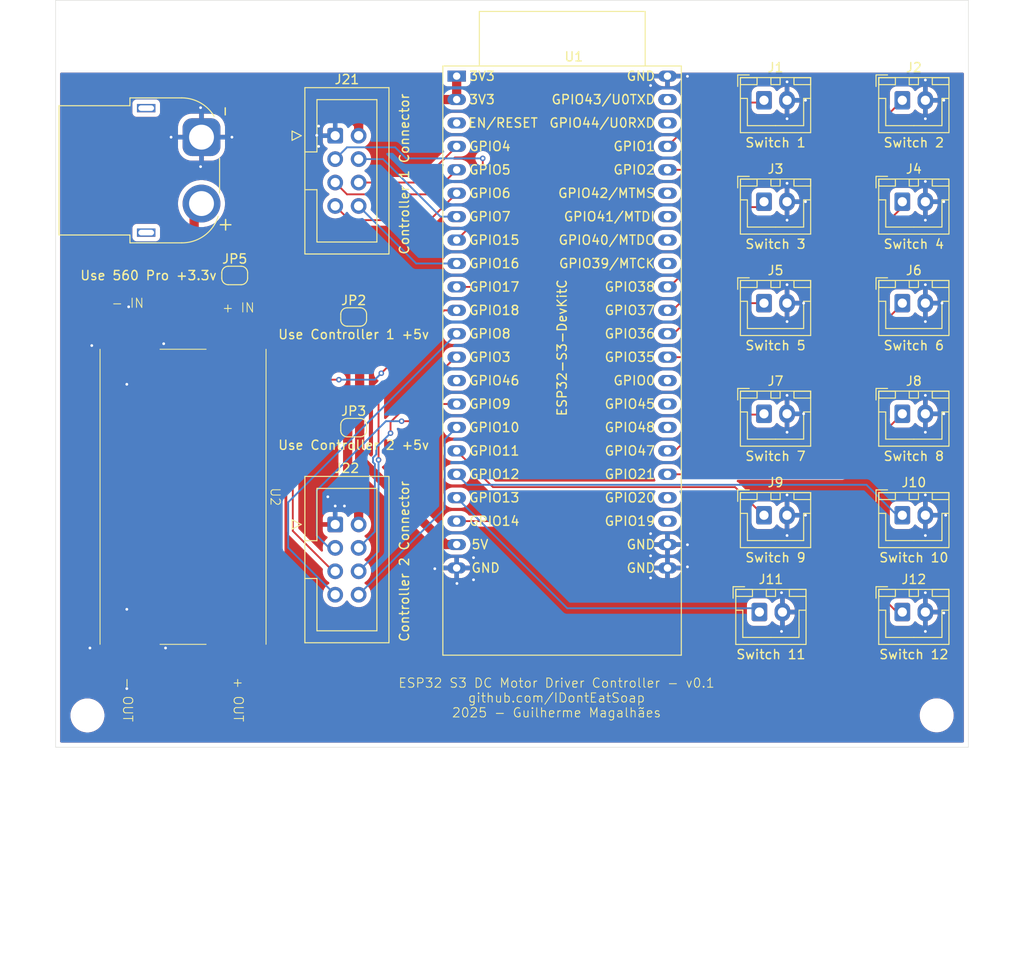
<source format=kicad_pcb>
(kicad_pcb (version 20240108) (generator "pcbnew") (generator_version "8.0")
  (layers (0 "F.Cu" signal) (31 "B.Cu" signal) (34 "B.Paste" user) (35 "F.Paste" user) (36 "B.SilkS" user "B.Silkscreen") (37 "F.SilkS" user "F.Silkscreen") (38 "B.Mask" user) (39 "F.Mask" user) (44 "Edge.Cuts" user))
  (net 0 "")
  (net 1 "GND")
  (net 2 "+5V")
  (net 3 "Controller 1 +5v")
  (net 4 "Controller 2 +5v")
  (net 5 "Switch 1")
  (net 6 "Switch 2")
  (net 7 "Switch 3")
  (net 8 "Controller 1 a")
  (net 9 "Controller 1 b")
  (net 10 "Controller 1 A")
  (net 11 "Controller 1 B")
  (net 12 "Controller 1 B PWM")
  (net 13 "Controller 1 A PWM")
  (net 14 "Controller 2 A PWM")
  (net 15 "Controller 2 B PWM")
  (net 16 "Controller 2 b")
  (net 17 "Controller 2 a")
  (net 18 "Controller 2 A")
  (net 19 "Controller 2 B")
  (net 20 "Switch 12")
  (net 21 "Switch 8")
  (net 22 "Switch 11")
  (net 23 "Switch 4")
  (net 24 "Switch 10")
  (net 25 "Switch 7")
  (net 26 "Switch 9")
  (net 27 "Switch 6")
  (net 28 "Switch 5")
  (net 29 "RGB LED")
  (net 42 "+3.3V")
  (net 43 "Power Input (5-32v)")
  (net 44 "Net-(JP5-B)")
  (footprint "Connector_JST:JST_XH_B2B-XH-A_1x02_P2.50mm_Vertical" (layer "F.Cu") (at 107.5 65)
    (property "Reference" "J7" (at 1.25 -3.55 0) (layer "F.SilkS"))
    (property "Value" "Switch 7" (at 1.25 4.6 0) (layer "F.SilkS"))
    (pad "1" thru_hole roundrect (at 0 0) (size 1.7 2) (drill 1) (layers "*.Cu" "*.Mask") (roundrect_rratio 0.147059) (net 25 "Switch 7"))
    (pad "2" thru_hole oval (at 2.5 0) (size 1.7 2) (drill 1) (layers "*.Cu" "*.Mask") (net 1 "GND"))
  )
  (footprint "Connector_JST:JST_XH_B2B-XH-A_1x02_P2.50mm_Vertical" (layer "F.Cu") (at 107.5 31)
    (property "Reference" "J1" (at 1.25 -3.55 0) (layer "F.SilkS"))
    (property "Value" "Switch 1" (at 1.25 4.6 0) (layer "F.SilkS"))
    (pad "1" thru_hole roundrect (at 0 0) (size 1.7 2) (drill 1) (layers "*.Cu" "*.Mask") (roundrect_rratio 0.147059) (net 5 "Switch 1"))
    (pad "2" thru_hole oval (at 2.5 0) (size 1.7 2) (drill 1) (layers "*.Cu" "*.Mask") (net 1 "GND"))
  )
  (footprint "Connector_JST:JST_XH_B2B-XH-A_1x02_P2.50mm_Vertical" (layer "F.Cu") (at 122.5 42)
    (property "Reference" "J4" (at 1.25 -3.55 0) (layer "F.SilkS"))
    (property "Value" "Switch 4" (at 1.25 4.6 0) (layer "F.SilkS"))
    (pad "1" thru_hole roundrect (at 0 0) (size 1.7 2) (drill 1) (layers "*.Cu" "*.Mask") (roundrect_rratio 0.147059) (net 23 "Switch 4"))
    (pad "2" thru_hole oval (at 2.5 0) (size 1.7 2) (drill 1) (layers "*.Cu" "*.Mask") (net 1 "GND"))
  )
  (footprint "MountingHole:MountingHole_3.2mm_M3" (layer "F.Cu") (at 34.13 23.6)
    (property "Reference" "REF**" (hide yes))
    (property "Value" "MountingHole_3.2mm_M3")
    (pad "" np_thru_hole circle (at 0 0) (size 3.2 3.2) (drill 3.2) (layers "*.Cu" "*.Mask"))
  )
  (footprint "Connector_JST:JST_XH_B2B-XH-A_1x02_P2.50mm_Vertical" (layer "F.Cu") (at 107.5 53)
    (property "Reference" "J5" (at 1.25 -3.55 0) (layer "F.SilkS"))
    (property "Value" "Switch 5" (at 1.25 4.6 0) (layer "F.SilkS"))
    (pad "1" thru_hole roundrect (at 0 0) (size 1.7 2) (drill 1) (layers "*.Cu" "*.Mask") (roundrect_rratio 0.147059) (net 28 "Switch 5"))
    (pad "2" thru_hole oval (at 2.5 0) (size 1.7 2) (drill 1) (layers "*.Cu" "*.Mask") (net 1 "GND"))
  )
  (footprint "Connector_JST:JST_XH_B2B-XH-A_1x02_P2.50mm_Vertical" (layer "F.Cu") (at 107.5 76)
    (property "Reference" "J9" (at 1.25 -3.55 0) (layer "F.SilkS"))
    (property "Value" "Switch 9" (at 1.25 4.6 0) (layer "F.SilkS"))
    (pad "1" thru_hole roundrect (at 0 0) (size 1.7 2) (drill 1) (layers "*.Cu" "*.Mask") (roundrect_rratio 0.147059) (net 26 "Switch 9"))
    (pad "2" thru_hole oval (at 2.5 0) (size 1.7 2) (drill 1) (layers "*.Cu" "*.Mask") (net 1 "GND"))
  )
  (footprint "Explorer:Mini 560 Pro" (layer "F.Cu") (at 44.5 74 -90)
    (property "Reference" "U2" (at 0 -10 -90) (layer "F.SilkS") (effects (font (thickness 0.1))))
    (property "Value" "~")
    (fp_text user "- IN" (at -21 6 0) (layer "F.SilkS") (effects (font (thickness 0.1))))
    (fp_text user "+ OUT" (at 22 -6 -90) (layer "F.SilkS") (effects (font (thickness 0.1))))
    (fp_text user "+ IN" (at -20.5 -6 0) (layer "F.SilkS") (effects (font (thickness 0.1))))
    (fp_text user "- OUT" (at 22 6 -90) (layer "F.SilkS") (effects (font (thickness 0.1))))
    (pad "1" smd roundrect (at -16.5 -6 270) (size 6 5.5) (layers "F.Cu" "F.Paste" "F.Mask") (roundrect_rratio 0.1640419948) (net 44 "Net-(JP5-B)"))
    (pad "2" smd roundrect (at -16.5 6 270) (size 6 5.5) (layers "F.Cu" "F.Paste" "F.Mask") (roundrect_rratio 0.1640419948) (net 1 "GND"))
    (pad "3" smd roundrect (at 16.5 -6 270) (size 6 5.5) (layers "F.Cu" "F.Paste" "F.Mask") (roundrect_rratio 0.1640419948) (net 42 "+3.3V"))
    (pad "4" smd roundrect (at 16.5 6 270) (size 6 5.5) (layers "F.Cu" "F.Paste" "F.Mask") (roundrect_rratio 0.1640419948) (net 1 "GND"))
  )
  (footprint "Connector_JST:JST_XH_B2B-XH-A_1x02_P2.50mm_Vertical" (layer "F.Cu") (at 122.5 65)
    (property "Reference" "J8" (at 1.25 -3.55 0) (layer "F.SilkS"))
    (property "Value" "Switch 8" (at 1.25 4.6 0) (layer "F.SilkS"))
    (pad "1" thru_hole roundrect (at 0 0) (size 1.7 2) (drill 1) (layers "*.Cu" "*.Mask") (roundrect_rratio 0.147059) (net 21 "Switch 8"))
    (pad "2" thru_hole oval (at 2.5 0) (size 1.7 2) (drill 1) (layers "*.Cu" "*.Mask") (net 1 "GND"))
  )
  (footprint "Connector_AMASS:AMASS_XT60PW-F_1x02_P7.20mm_Horizontal" (layer "F.Cu") (at 46.5 35 90)
    (property "Reference" "J13" (hide yes))
    (property "Value" "XT60 In")
    (fp_text user "-" (at 2.8 2.5 90) (layer "F.SilkS"))
    (fp_text user "+" (at -9.5 2.5 90) (layer "F.SilkS") (effects (font (size 1.5 1.5))))
    (pad "" thru_hole rect (at -10.35 -6 90) (size 0.9 2) (drill oval 0.6 1.7) (layers "*.Cu" "*.Mask"))
    (pad "" thru_hole rect (at 3.15 -6 90) (size 0.9 2) (drill oval 0.6 1.7) (layers "*.Cu" "*.Mask"))
    (pad "1" thru_hole roundrect (at 0 0 90) (size 4.1 4.1) (drill 2.7) (layers "*.Cu" "*.Mask") (net 1 "GND"))
    (pad "2" thru_hole circle (at -7.2 0 90) (size 4.1 4.1) (drill 2.7) (layers "*.Cu" "*.Mask") (net 43 "Power Input (5-32v)"))
  )
  (footprint "Jumper:SolderJumper-2_P1.3mm_Open_RoundedPad1.0x1.5mm" (layer "F.Cu") (at 63 66.5)
    (property "Reference" "JP3" (at 0 -1.8 0) (layer "F.SilkS"))
    (property "Value" "Use Controller 2 +5v" (at 0 1.9 0) (layer "F.SilkS"))
    (pad "1" smd custom (at -0.65 0) (size 1 0.5) (layers "F.Cu" "F.Mask") (net 4 "Controller 2 +5v") (options (clearance outline) (anchor rect)) (primitives (gr_circle (center 0 0.25) (end 0.5 0.25) (width 0) (fill yes)) (gr_circle (center 0 -0.25) (end 0.5 -0.25) (width 0) (fill yes)) (gr_poly (pts (xy 0.5 0.75) (xy 0 0.75) (xy 0 -0.75) (xy 0.5 -0.75)) (width 0) (fill yes))))
    (pad "2" smd custom (at 0.65 0) (size 1 0.5) (layers "F.Cu" "F.Mask") (net 2 "+5V") (options (clearance outline) (anchor rect)) (primitives (gr_circle (center 0 0.25) (end 0.5 0.25) (width 0) (fill yes)) (gr_circle (center 0 -0.25) (end 0.5 -0.25) (width 0) (fill yes)) (gr_poly (pts (xy 0 0.75) (xy -0.5 0.75) (xy -0.5 -0.75) (xy 0 -0.75)) (width 0) (fill yes))))
  )
  (footprint "Jumper:SolderJumper-2_P1.3mm_Open_RoundedPad1.0x1.5mm" (layer "F.Cu") (at 50.1 50)
    (property "Reference" "JP5" (at 0 -1.8 0) (layer "F.SilkS"))
    (property "Value" "Use 560 Pro +3.3v" (at -9.35 0 0) (layer "F.SilkS"))
    (pad "1" smd custom (at -0.65 0) (size 1 0.5) (layers "F.Cu" "F.Mask") (net 43 "Power Input (5-32v)") (options (clearance outline) (anchor rect)) (primitives (gr_circle (center 0 0.25) (end 0.5 0.25) (width 0) (fill yes)) (gr_circle (center 0 -0.25) (end 0.5 -0.25) (width 0) (fill yes)) (gr_poly (pts (xy 0.5 0.75) (xy 0 0.75) (xy 0 -0.75) (xy 0.5 -0.75)) (width 0) (fill yes))))
    (pad "2" smd custom (at 0.65 0) (size 1 0.5) (layers "F.Cu" "F.Mask") (net 44 "Net-(JP5-B)") (options (clearance outline) (anchor rect)) (primitives (gr_circle (center 0 0.25) (end 0.5 0.25) (width 0) (fill yes)) (gr_circle (center 0 -0.25) (end 0.5 -0.25) (width 0) (fill yes)) (gr_poly (pts (xy 0 0.75) (xy -0.5 0.75) (xy -0.5 -0.75) (xy 0 -0.75)) (width 0) (fill yes))))
  )
  (footprint "Connector_JST:JST_XH_B2B-XH-A_1x02_P2.50mm_Vertical" (layer "F.Cu") (at 107.5 42)
    (property "Reference" "J3" (at 1.25 -3.55 0) (layer "F.SilkS"))
    (property "Value" "Switch 3" (at 1.25 4.6 0) (layer "F.SilkS"))
    (pad "1" thru_hole roundrect (at 0 0) (size 1.7 2) (drill 1) (layers "*.Cu" "*.Mask") (roundrect_rratio 0.147059) (net 7 "Switch 3"))
    (pad "2" thru_hole oval (at 2.5 0) (size 1.7 2) (drill 1) (layers "*.Cu" "*.Mask") (net 1 "GND"))
  )
  (footprint "MountingHole:MountingHole_3.2mm_M3" (layer "F.Cu") (at 126.22 23.62)
    (property "Reference" "REF**" (hide yes))
    (property "Value" "MountingHole_3.2mm_M3")
    (pad "" np_thru_hole circle (at 0 0) (size 3.2 3.2) (drill 3.2) (layers "*.Cu" "*.Mask"))
  )
  (footprint "Connector_IDC:IDC-Header_2x04_P2.54mm_Vertical" (layer "F.Cu") (at 61 34.84)
    (property "Reference" "J21" (at 1.27 -6.1 0) (layer "F.SilkS"))
    (property "Value" "Controller 1 Connector" (at 7.5 4.16 90) (layer "F.SilkS"))
    (pad "1" thru_hole roundrect (at 0 0) (size 1.7 1.7) (drill 1) (layers "*.Cu" "*.Mask") (roundrect_rratio 0.147059) (net 1 "GND"))
    (pad "2" thru_hole circle (at 2.54 0) (size 1.7 1.7) (drill 1) (layers "*.Cu" "*.Mask") (net 3 "Controller 1 +5v"))
    (pad "3" thru_hole circle (at 0 2.54) (size 1.7 1.7) (drill 1) (layers "*.Cu" "*.Mask") (net 9 "Controller 1 b"))
    (pad "4" thru_hole circle (at 2.54 2.54) (size 1.7 1.7) (drill 1) (layers "*.Cu" "*.Mask") (net 11 "Controller 1 B"))
    (pad "5" thru_hole circle (at 0 5.08) (size 1.7 1.7) (drill 1) (layers "*.Cu" "*.Mask") (net 8 "Controller 1 a"))
    (pad "6" thru_hole circle (at 2.54 5.08) (size 1.7 1.7) (drill 1) (layers "*.Cu" "*.Mask") (net 10 "Controller 1 A"))
    (pad "7" thru_hole circle (at 0 7.62) (size 1.7 1.7) (drill 1) (layers "*.Cu" "*.Mask") (net 13 "Controller 1 A PWM"))
    (pad "8" thru_hole circle (at 2.54 7.62) (size 1.7 1.7) (drill 1) (layers "*.Cu" "*.Mask") (net 12 "Controller 1 B PWM"))
  )
  (footprint "Connector_JST:JST_XH_B2B-XH-A_1x02_P2.50mm_Vertical" (layer "F.Cu") (at 122.5 86.5)
    (property "Reference" "J12" (at 1.25 -3.55 0) (layer "F.SilkS"))
    (property "Value" "Switch 12" (at 1.25 4.6 0) (layer "F.SilkS"))
    (pad "1" thru_hole roundrect (at 0 0) (size 1.7 2) (drill 1) (layers "*.Cu" "*.Mask") (roundrect_rratio 0.147059) (net 20 "Switch 12"))
    (pad "2" thru_hole oval (at 2.5 0) (size 1.7 2) (drill 1) (layers "*.Cu" "*.Mask") (net 1 "GND"))
  )
  (footprint "Connector_IDC:IDC-Header_2x04_P2.54mm_Vertical" (layer "F.Cu") (at 61 77)
    (property "Reference" "J22" (at 1.27 -6.1 0) (layer "F.SilkS"))
    (property "Value" "Controller 2 Connector" (at 7.5 4 90) (layer "F.SilkS"))
    (pad "1" thru_hole roundrect (at 0 0) (size 1.7 1.7) (drill 1) (layers "*.Cu" "*.Mask") (roundrect_rratio 0.147059) (net 1 "GND"))
    (pad "2" thru_hole circle (at 2.54 0) (size 1.7 1.7) (drill 1) (layers "*.Cu" "*.Mask") (net 4 "Controller 2 +5v"))
    (pad "3" thru_hole circle (at 0 2.54) (size 1.7 1.7) (drill 1) (layers "*.Cu" "*.Mask") (net 16 "Controller 2 b"))
    (pad "4" thru_hole circle (at 2.54 2.54) (size 1.7 1.7) (drill 1) (layers "*.Cu" "*.Mask") (net 19 "Controller 2 B"))
    (pad "5" thru_hole circle (at 0 5.08) (size 1.7 1.7) (drill 1) (layers "*.Cu" "*.Mask") (net 17 "Controller 2 a"))
    (pad "6" thru_hole circle (at 2.54 5.08) (size 1.7 1.7) (drill 1) (layers "*.Cu" "*.Mask") (net 18 "Controller 2 A"))
    (pad "7" thru_hole circle (at 0 7.62) (size 1.7 1.7) (drill 1) (layers "*.Cu" "*.Mask") (net 14 "Controller 2 A PWM"))
    (pad "8" thru_hole circle (at 2.54 7.62) (size 1.7 1.7) (drill 1) (layers "*.Cu" "*.Mask") (net 15 "Controller 2 B PWM"))
  )
  (footprint "PCM_Espressif:ESP32-S3-DevKitC" (layer "F.Cu") (at 74.172843 28.38)
    (property "Reference" "U1" (at 12.7 -2.1 0) (layer "F.SilkS"))
    (property "Value" "ESP32-S3-DevKitC" (at 11.42632 29.46128 90) (layer "F.SilkS"))
    (fp_text user "GPIO6" (at 1.27 12.7 0) (layer "F.SilkS") (effects (justify left)))
    (fp_text user "GPIO4" (at 1.27 7.62 0) (layer "F.SilkS") (effects (justify left)))
    (fp_text user "GPIO8" (at 1.27 27.94 0) (layer "F.SilkS") (effects (justify left)))
    (fp_text user "GPIO3" (at 1.27 30.48 0) (layer "F.SilkS") (effects (justify left)))
    (fp_text user "5V" (at 1.52032 50.79728 0) (layer "F.SilkS") (effects (justify left)))
    (fp_text user "GPIO35" (at 21.59 30.48 0) (layer "F.SilkS") (effects (justify right)))
    (fp_text user "GPIO15" (at 1.27 17.78 0) (layer "F.SilkS") (effects (justify left)))
    (fp_text user "GPIO44/U0RXD" (at 21.59 5.08 0) (layer "F.SilkS") (effects (justify right)))
    (fp_text user "GPIO9" (at 1.27 35.56 0) (layer "F.SilkS") (effects (justify left)))
    (fp_text user "GPIO14" (at 1.27 48.26 0) (layer "F.SilkS") (effects (justify left)))
    (fp_text user "GPIO43/U0TXD" (at 21.59 2.54 0) (layer "F.SilkS") (effects (justify right)))
    (fp_text user "GPIO36" (at 21.59 27.94 0) (layer "F.SilkS") (effects (justify right)))
    (fp_text user "GPIO19" (at 21.59 48.26 0) (layer "F.SilkS") (effects (justify right)))
    (fp_text user "GPIO21" (at 21.59 43.18 0) (layer "F.SilkS") (effects (justify right)))
    (fp_text user "GND" (at 21.59 50.8 0) (layer "F.SilkS") (effects (justify right)))
    (fp_text user "GPIO12" (at 1.27 43.18 0) (layer "F.SilkS") (effects (justify left)))
    (fp_text user "GPIO2" (at 21.59 10.16 0) (layer "F.SilkS") (effects (justify right)))
    (fp_text user "GPIO40/MTDO" (at 21.59 17.78 0) (layer "F.SilkS") (effects (justify right)))
    (fp_text user "GPIO37" (at 21.59 25.4 0) (layer "F.SilkS") (effects (justify right)))
    (fp_text user "GPIO18" (at 1.27 25.4 0) (layer "F.SilkS") (effects (justify left)))
    (fp_text user "GPIO10" (at 1.27 38.1 0) (layer "F.SilkS") (effects (justify left)))
    (fp_text user "GPIO1" (at 21.59 7.62 0) (layer "F.SilkS") (effects (justify right)))
    (fp_text user "GPIO20" (at 21.59 45.72 0) (layer "F.SilkS") (effects (justify right)))
    (fp_text user "GPIO7" (at 1.27 15.24 0) (layer "F.SilkS") (effects (justify left)))
    (fp_text user "GPIO48" (at 21.59 38.1 0) (layer "F.SilkS") (effects (justify right)))
    (fp_text user "3V3" (at 1.27 0 0) (layer "F.SilkS") (effects (justify left)))
    (fp_text user "GPIO16" (at 1.27 20.32 0) (layer "F.SilkS") (effects (justify left)))
    (fp_text user "GPIO11" (at 1.27 40.64 0) (layer "F.SilkS") (effects (justify left)))
    (fp_text user "GND" (at 21.59 53.34 0) (layer "F.SilkS") (effects (justify right)))
    (fp_text user "GPIO5" (at 1.27 10.16 0) (layer "F.SilkS") (effects (justify left)))
    (fp_text user "GPIO41/MTDI" (at 21.59 15.24 0) (layer "F.SilkS") (effects (justify right)))
    (fp_text user "GND" (at 1.52032 53.33728 0) (layer "F.SilkS") (effects (justify left)))
    (fp_text user "GPIO45" (at 21.59 35.56 0) (layer "F.SilkS") (effects (justify right)))
    (fp_text user "GPIO47" (at 21.59 40.64 0) (layer "F.SilkS") (effects (justify right)))
    (fp_text user "GPIO42/MTMS" (at 21.59 12.7 0) (layer "F.SilkS") (effects (justify right)))
    (fp_text user "GPIO38" (at 21.59 22.86 0) (layer "F.SilkS") (effects (justify right)))
    (fp_text user "GND" (at 21.59 0 0) (layer "F.SilkS") (effects (justify right)))
    (fp_text user "EN/RESET" (at 8.88632 5.07728 0) (layer "F.SilkS") (effects (justify right)))
    (fp_text user "3V3" (at 1.27 2.54 0) (layer "F.SilkS") (effects (justify left)))
    (fp_text user "GPIO0" (at 21.59 33.02 0) (layer "F.SilkS") (effects (justify right)))
    (fp_text user "GPIO13" (at 1.27 45.72 0) (layer "F.SilkS") (effects (justify left)))
    (fp_text user "GPIO46" (at 1.27 33.02 0) (layer "F.SilkS") (effects (justify left)))
    (fp_text user "GPIO39/MTCK" (at 21.59 20.32 0) (layer "F.SilkS") (effects (justify right)))
    (fp_text user "GPIO17" (at 1.27 22.86 0) (layer "F.SilkS") (effects (justify left)))
    (pad "1" thru_hole rect (at 0 0 270) (size 1.2 2) (drill 0.8) (layers "*.Cu" "*.Mask") (net 42 "+3.3V"))
    (pad "2" thru_hole oval (at 0 2.54 270) (size 1.2 2) (drill 0.8) (layers "*.Cu" "*.Mask") (net 42 "+3.3V"))
    (pad "3" thru_hole oval (at 0 5.08 270) (size 1.2 2) (drill 0.8) (layers "*.Cu" "*.Mask"))
    (pad "4" thru_hole oval (at 0 7.62 270) (size 1.2 2) (drill 0.8) (layers "*.Cu" "*.Mask") (net 10 "Controller 1 A"))
    (pad "5" thru_hole oval (at 0 10.16 270) (size 1.2 2) (drill 0.8) (layers "*.Cu" "*.Mask") (net 8 "Controller 1 a"))
    (pad "6" thru_hole oval (at 0 12.7 270) (size 1.2 2) (drill 0.8) (layers "*.Cu" "*.Mask") (net 13 "Controller 1 A PWM"))
    (pad "7" thru_hole oval (at 0 15.24 270) (size 1.2 2) (drill 0.8) (layers "*.Cu" "*.Mask") (net 11 "Controller 1 B"))
    (pad "8" thru_hole oval (at 0 17.78 270) (size 1.2 2) (drill 0.8) (layers "*.Cu" "*.Mask") (net 9 "Controller 1 b"))
    (pad "9" thru_hole oval (at 0 20.32 270) (size 1.2 2) (drill 0.8) (layers "*.Cu" "*.Mask") (net 12 "Controller 1 B PWM"))
    (pad "10" thru_hole oval (at 0 22.86 270) (size 1.2 2) (drill 0.8) (layers "*.Cu" "*.Mask") (net 18 "Controller 2 A"))
    (pad "11" thru_hole oval (at 0 25.4 270) (size 1.2 2) (drill 0.8) (layers "*.Cu" "*.Mask") (net 17 "Controller 2 a"))
    (pad "12" thru_hole oval (at 0 27.94 270) (size 1.2 2) (drill 0.8) (layers "*.Cu" "*.Mask") (net 14 "Controller 2 A PWM"))
    (pad "13" thru_hole oval (at 0 30.48 270) (size 1.2 2) (drill 0.8) (layers "*.Cu" "*.Mask") (net 19 "Controller 2 B"))
    (pad "14" thru_hole oval (at 0 33.02 270) (size 1.2 2) (drill 0.8) (layers "*.Cu" "*.Mask"))
    (pad "15" thru_hole oval (at 0 35.56 270) (size 1.2 2) (drill 0.8) (layers "*.Cu" "*.Mask") (net 16 "Controller 2 b"))
    (pad "16" thru_hole oval (at 0 38.1 270) (size 1.2 2) (drill 0.8) (layers "*.Cu" "*.Mask") (net 15 "Controller 2 B PWM"))
    (pad "17" thru_hole oval (at 0 40.64 270) (size 1.2 2) (drill 0.8) (layers "*.Cu" "*.Mask") (net 26 "Switch 9"))
    (pad "18" thru_hole oval (at 0 43.18 270) (size 1.2 2) (drill 0.8) (layers "*.Cu" "*.Mask") (net 24 "Switch 10"))
    (pad "19" thru_hole oval (at 0 45.72 270) (size 1.2 2) (drill 0.8) (layers "*.Cu" "*.Mask") (net 22 "Switch 11"))
    (pad "20" thru_hole oval (at -0.00368 48.25728 270) (size 1.2 2) (drill 0.8) (layers "*.Cu" "*.Mask") (net 20 "Switch 12"))
    (pad "21" thru_hole oval (at -0.00368 50.79728 270) (size 1.2 2) (drill 0.8) (layers "*.Cu" "*.Mask") (net 2 "+5V"))
    (pad "22" thru_hole oval (at -0.00368 53.33728 270) (size 1.2 2) (drill 0.8) (layers "*.Cu" "*.Mask") (net 1 "GND"))
    (pad "23" thru_hole oval (at 22.86 53.34 270) (size 1.2 2) (drill 0.8) (layers "*.Cu" "*.Mask") (net 1 "GND"))
    (pad "24" thru_hole oval (at 22.86 50.8 270) (size 1.2 2) (drill 0.8) (layers "*.Cu" "*.Mask") (net 1 "GND"))
    (pad "25" thru_hole oval (at 22.86 48.26 270) (size 1.2 2) (drill 0.8) (layers "*.Cu" "*.Mask"))
    (pad "26" thru_hole oval (at 22.86 45.72 270) (size 1.2 2) (drill 0.8) (layers "*.Cu" "*.Mask"))
    (pad "27" thru_hole oval (at 22.86 43.18 270) (size 1.2 2) (drill 0.8) (layers "*.Cu" "*.Mask") (net 21 "Switch 8"))
    (pad "28" thru_hole oval (at 22.86 40.64 270) (size 1.2 2) (drill 0.8) (layers "*.Cu" "*.Mask") (net 25 "Switch 7"))
    (pad "29" thru_hole oval (at 22.86 38.1 270) (size 1.2 2) (drill 0.8) (layers "*.Cu" "*.Mask") (net 29 "RGB LED"))
    (pad "30" thru_hole oval (at 22.86 35.56 270) (size 1.2 2) (drill 0.8) (layers "*.Cu" "*.Mask"))
    (pad "31" thru_hole oval (at 22.86 33.02 270) (size 1.2 2) (drill 0.8) (layers "*.Cu" "*.Mask"))
    (pad "32" thru_hole oval (at 22.86 30.48 270) (size 1.2 2) (drill 0.8) (layers "*.Cu" "*.Mask") (net 27 "Switch 6"))
    (pad "33" thru_hole oval (at 22.86 27.94 270) (size 1.2 2) (drill 0.8) (layers "*.Cu" "*.Mask") (net 28 "Switch 5"))
    (pad "34" thru_hole oval (at 22.86 25.4 270) (size 1.2 2) (drill 0.8) (layers "*.Cu" "*.Mask") (net 23 "Switch 4"))
    (pad "35" thru_hole oval (at 22.86 22.86 270) (size 1.2 2) (drill 0.8) (layers "*.Cu" "*.Mask") (net 7 "Switch 3"))
    (pad "36" thru_hole oval (at 22.86 20.32 270) (size 1.2 2) (drill 0.8) (layers "*.Cu" "*.Mask"))
    (pad "37" thru_hole oval (at 22.86 17.78 270) (size 1.2 2) (drill 0.8) (layers "*.Cu" "*.Mask"))
    (pad "38" thru_hole oval (at 22.86 15.24 270) (size 1.2 2) (drill 0.8) (layers "*.Cu" "*.Mask"))
    (pad "39" thru_hole oval (at 22.86 12.7 270) (size 1.2 2) (drill 0.8) (layers "*.Cu" "*.Mask"))
    (pad "40" thru_hole oval (at 22.86 10.16 270) (size 1.2 2) (drill 0.8) (layers "*.Cu" "*.Mask") (net 6 "Switch 2"))
    (pad "41" thru_hole oval (at 22.86 7.62 270) (size 1.2 2) (drill 0.8) (layers "*.Cu" "*.Mask") (net 5 "Switch 1"))
    (pad "42" thru_hole oval (at 22.86 5.08 270) (size 1.2 2) (drill 0.8) (layers "*.Cu" "*.Mask"))
    (pad "43" thru_hole oval (at 22.86 2.54 270) (size 1.2 2) (drill 0.8) (layers "*.Cu" "*.Mask"))
    (pad "44" thru_hole oval (at 22.86 0 270) (size 1.2 2) (drill 0.8) (layers "*.Cu" "*.Mask") (net 1 "GND"))
  )
  (footprint "MountingHole:MountingHole_3.2mm_M3" (layer "F.Cu") (at 126.23 97.7)
    (property "Reference" "REF**" (hide yes))
    (property "Value" "MountingHole_3.2mm_M3")
    (pad "" np_thru_hole circle (at 0 0) (size 3.2 3.2) (drill 3.2) (layers "*.Cu" "*.Mask"))
  )
  (footprint "Connector_JST:JST_XH_B2B-XH-A_1x02_P2.50mm_Vertical" (layer "F.Cu") (at 107 86.5)
    (property "Reference" "J11" (at 1.25 -3.55 0) (layer "F.SilkS"))
    (property "Value" "Switch 11" (at 1.25 4.6 0) (layer "F.SilkS"))
    (pad "1" thru_hole roundrect (at 0 0) (size 1.7 2) (drill 1) (layers "*.Cu" "*.Mask") (roundrect_rratio 0.147059) (net 22 "Switch 11"))
    (pad "2" thru_hole oval (at 2.5 0) (size 1.7 2) (drill 1) (layers "*.Cu" "*.Mask") (net 1 "GND"))
  )
  (footprint "Connector_JST:JST_XH_B2B-XH-A_1x02_P2.50mm_Vertical" (layer "F.Cu") (at 122.5 31)
    (property "Reference" "J2" (at 1.25 -3.55 0) (layer "F.SilkS"))
    (property "Value" "Switch 2" (at 1.25 4.6 0) (layer "F.SilkS"))
    (pad "1" thru_hole roundrect (at 0 0) (size 1.7 2) (drill 1) (layers "*.Cu" "*.Mask") (roundrect_rratio 0.147059) (net 6 "Switch 2"))
    (pad "2" thru_hole oval (at 2.5 0) (size 1.7 2) (drill 1) (layers "*.Cu" "*.Mask") (net 1 "GND"))
  )
  (footprint "MountingHole:MountingHole_3.2mm_M3" (layer "F.Cu") (at 34.13 97.71)
    (property "Reference" "REF**" (hide yes))
    (property "Value" "MountingHole_3.2mm_M3")
    (pad "" np_thru_hole circle (at 0 0) (size 3.2 3.2) (drill 3.2) (layers "*.Cu" "*.Mask"))
  )
  (footprint "Connector_JST:JST_XH_B2B-XH-A_1x02_P2.50mm_Vertical" (layer "F.Cu") (at 122.5 76)
    (property "Reference" "J10" (at 1.25 -3.55 0) (layer "F.SilkS"))
    (property "Value" "Switch 10" (at 1.25 4.6 0) (layer "F.SilkS"))
    (pad "1" thru_hole roundrect (at 0 0) (size 1.7 2) (drill 1) (layers "*.Cu" "*.Mask") (roundrect_rratio 0.147059) (net 24 "Switch 10"))
    (pad "2" thru_hole oval (at 2.5 0) (size 1.7 2) (drill 1) (layers "*.Cu" "*.Mask") (net 1 "GND"))
  )
  (footprint "Connector_JST:JST_XH_B2B-XH-A_1x02_P2.50mm_Vertical" (layer "F.Cu") (at 122.5 53)
    (property "Reference" "J6" (at 1.25 -3.55 0) (layer "F.SilkS"))
    (property "Value" "Switch 6" (at 1.25 4.6 0) (layer "F.SilkS"))
    (pad "1" thru_hole roundrect (at 0 0) (size 1.7 2) (drill 1) (layers "*.Cu" "*.Mask") (roundrect_rratio 0.147059) (net 27 "Switch 6"))
    (pad "2" thru_hole oval (at 2.5 0) (size 1.7 2) (drill 1) (layers "*.Cu" "*.Mask") (net 1 "GND"))
  )
  (footprint "Jumper:SolderJumper-2_P1.3mm_Open_RoundedPad1.0x1.5mm" (layer "F.Cu") (at 63 54.5)
    (property "Reference" "JP2" (at 0 -1.8 0) (layer "F.SilkS"))
    (property "Value" "Use Controller 1 +5v" (at 0 1.9 0) (layer "F.SilkS"))
    (pad "1" smd custom (at -0.65 0) (size 1 0.5) (layers "F.Cu" "F.Mask") (net 3 "Controller 1 +5v") (options (clearance outline) (anchor rect)) (primitives (gr_circle (center 0 0.25) (end 0.5 0.25) (width 0) (fill yes)) (gr_circle (center 0 -0.25) (end 0.5 -0.25) (width 0) (fill yes)) (gr_poly (pts (xy 0.5 0.75) (xy 0 0.75) (xy 0 -0.75) (xy 0.5 -0.75)) (width 0) (fill yes))))
    (pad "2" smd custom (at 0.65 0) (size 1 0.5) (layers "F.Cu" "F.Mask") (net 2 "+5V") (options (clearance outline) (anchor rect)) (primitives (gr_circle (center 0 0.25) (end 0.5 0.25) (width 0) (fill yes)) (gr_circle (center 0 -0.25) (end 0.5 -0.25) (width 0) (fill yes)) (gr_poly (pts (xy 0 0.75) (xy -0.5 0.75) (xy -0.5 -0.75) (xy 0 -0.75)) (width 0) (fill yes))))
  )
  (gr_rect (start 30.672843 20.16) (end 129.672843 101.16) (stroke (width 0.05)) (fill none) (layer "Edge.Cuts"))
  (gr_text "ESP32 S3 DC Motor Driver Controller - v0.1\ngithub.com/IDontEatSoap\n2025 - Guilherme Magalhães" (at 85 98 0) (layer "F.SilkS") (effects (font (size 1 1) (thickness 0.1)) (justify bottom)))
  (via (at 71.8 81.8) (size 0.6) (drill 0.3) (layers "F.Cu" "B.Cu") (net 1))
  (via (at 99.2 28.4) (size 0.6) (drill 0.3) (layers "F.Cu" "B.Cu") (net 1))
  (via (at 46.4 38.2) (size 0.6) (drill 0.3) (layers "F.Cu" "B.Cu") (net 1))
  (via (at 59 34.8) (size 0.6) (drill 0.3) (layers "F.Cu" "B.Cu") (net 1))
  (via (at 127 65) (size 0.6) (drill 0.3) (layers "F.Cu" "B.Cu") (net 1))
  (via (at 74.2 83.4) (size 0.6) (drill 0.3) (layers "F.Cu" "B.Cu") (net 1))
  (via (at 110 40) (size 0.6) (drill 0.3) (layers "F.Cu" "B.Cu") (net 1))
  (via (at 110 73.8) (size 0.6) (drill 0.3) (layers "F.Cu" "B.Cu") (net 1))
  (via (at 125 84.4) (size 0.6) (drill 0.3) (layers "F.Cu" "B.Cu") (net 1))
  (via (at 61 75) (size 0.6) (drill 0.3) (layers "F.Cu" "B.Cu") (net 1))
  (via (at 95.2 82.8) (size 0.6) (drill 0.3) (layers "F.Cu" "B.Cu") (net 1))
  (via (at 111.8 53) (size 0.6) (drill 0.3) (layers "F.Cu" "B.Cu") (net 1))
  (via (at 112 76) (size 0.6) (drill 0.3) (layers "F.Cu" "B.Cu") (net 1))
  (via (at 125 33) (size 0.6) (drill 0.3) (layers "F.Cu" "B.Cu") (net 1))
  (via (at 38.4 86.2) (size 0.6) (drill 0.3) (layers "F.Cu" "B.Cu") (net 1))
  (via (at 49.8 35) (size 0.6) (drill 0.3) (layers "F.Cu" "B.Cu") (net 1))
  (via (at 95.2 78) (size 0.6) (drill 0.3) (layers "F.Cu" "B.Cu") (net 1))
  (via (at 125 55) (size 0.6) (drill 0.3) (layers "F.Cu" "B.Cu") (net 1))
  (via (at 59.2 36) (size 0.6) (drill 0.3) (layers "F.Cu" "B.Cu") (net 1))
  (via (at 110 44) (size 0.6) (drill 0.3) (layers "F.Cu" "B.Cu") (net 1))
  (via (at 62 75) (size 0.6) (drill 0.3) (layers "F.Cu" "B.Cu") (net 1))
  (via (at 110 55) (size 0.6) (drill 0.3) (layers "F.Cu" "B.Cu") (net 1))
  (via (at 125 28.8) (size 0.6) (drill 0.3) (layers "F.Cu" "B.Cu") (net 1))
  (via (at 125 78.2) (size 0.6) (drill 0.3) (layers "F.Cu" "B.Cu") (net 1))
  (via (at 60.2 74) (size 0.6) (drill 0.3) (layers "F.Cu" "B.Cu") (net 1))
  (via (at 127 86.6) (size 0.6) (drill 0.3) (layers "F.Cu" "B.Cu") (net 1))
  (via (at 110 29) (size 0.6) (drill 0.3) (layers "F.Cu" "B.Cu") (net 1))
  (via (at 127.2 76) (size 0.6) (drill 0.3) (layers "F.Cu" "B.Cu") (net 1))
  (via (at 99.2 79.2) (size 0.6) (drill 0.3) (layers "F.Cu" "B.Cu") (net 1))
  (via (at 125 51) (size 0.6) (drill 0.3) (layers "F.Cu" "B.Cu") (net 1))
  (via (at 95.2 80.4) (size 0.6) (drill 0.3) (layers "F.Cu" "B.Cu") (net 1))
  (via (at 109.4 84.4) (size 0.6) (drill 0.3) (layers "F.Cu" "B.Cu") (net 1))
  (via (at 112 31) (size 0.6) (drill 0.3) (layers "F.Cu" "B.Cu") (net 1))
  (via (at 38.4 61.8) (size 0.6) (drill 0.3) (layers "F.Cu" "B.Cu") (net 1))
  (via (at 125 39.8) (size 0.6) (drill 0.3) (layers "F.Cu" "B.Cu") (net 1))
  (via (at 110 78.2) (size 0.6) (drill 0.3) (layers "F.Cu" "B.Cu") (net 1))
  (via (at 38.6 53.4) (size 0.6) (drill 0.3) (layers "F.Cu" "B.Cu") (net 1))
  (via (at 110 33) (size 0.6) (drill 0.3) (layers "F.Cu" "B.Cu") (net 1))
  (via (at 76 80.6) (size 0.6) (drill 0.3) (layers "F.Cu" "B.Cu") (net 1))
  (via (at 127 31) (size 0.6) (drill 0.3) (layers "F.Cu" "B.Cu") (net 1))
  (via (at 42.4 57.4) (size 0.6) (drill 0.3) (layers "F.Cu" "B.Cu") (net 1))
  (via (at 46.4 31.8) (size 0.6) (drill 0.3) (layers "F.Cu" "B.Cu") (net 1))
  (via (at 76 83) (size 0.6) (drill 0.3) (layers "F.Cu" "B.Cu") (net 1))
  (via (at 43.2 35) (size 0.6) (drill 0.3) (layers "F.Cu" "B.Cu") (net 1))
  (via (at 110 51) (size 0.6) (drill 0.3) (layers "F.Cu" "B.Cu") (net 1))
  (via (at 110 67) (size 0.6) (drill 0.3) (layers "F.Cu" "B.Cu") (net 1))
  (via (at 42.6 90.4) (size 0.6) (drill 0.3) (layers "F.Cu" "B.Cu") (net 1))
  (via (at 125 73.8) (size 0.6) (drill 0.3) (layers "F.Cu" "B.Cu") (net 1))
  (via (at 99.2 81.6) (size 0.6) (drill 0.3) (layers "F.Cu" "B.Cu") (net 1))
  (via (at 125 67) (size 0.6) (drill 0.3) (layers "F.Cu" "B.Cu") (net 1))
  (via (at 111.8 65) (size 0.6) (drill 0.3) (layers "F.Cu" "B.Cu") (net 1))
  (via (at 38.4 94.8) (size 0.6) (drill 0.3) (layers "F.Cu" "B.Cu") (net 1))
  (via (at 125 63) (size 0.6) (drill 0.3) (layers "F.Cu" "B.Cu") (net 1))
  (via (at 109.4 88.6) (size 0.6) (drill 0.3) (layers "F.Cu" "B.Cu") (net 1))
  (via (at 112 42) (size 0.6) (drill 0.3) (layers "F.Cu" "B.Cu") (net 1))
  (via (at 59.2 33.8) (size 0.6) (drill 0.3) (layers "F.Cu" "B.Cu") (net 1))
  (via (at 95.2 29.4) (size 0.6) (drill 0.3) (layers "F.Cu" "B.Cu") (net 1))
  (via (at 127 42) (size 0.6) (drill 0.3) (layers "F.Cu" "B.Cu") (net 1))
  (via (at 34.6 57.6) (size 0.6) (drill 0.3) (layers "F.Cu" "B.Cu") (net 1))
  (via (at 110 63) (size 0.6) (drill 0.3) (layers "F.Cu" "B.Cu") (net 1))
  (via (at 126.8 53) (size 0.6) (drill 0.3) (layers "F.Cu" "B.Cu") (net 1))
  (via (at 125 44) (size 0.6) (drill 0.3) (layers "F.Cu" "B.Cu") (net 1))
  (via (at 34.4 90.4) (size 0.6) (drill 0.3) (layers "F.Cu" "B.Cu") (net 1))
  (via (at 125 88.6) (size 0.6) (drill 0.3) (layers "F.Cu" "B.Cu") (net 1))
  (segment (start 63.65 69.85) (end 72.97728 79.17728) (width 1) (layer "F.Cu") (net 2))
  (segment (start 72.97728 79.17728) (end 74.169163 79.17728) (width 1) (layer "F.Cu") (net 2))
  (segment (start 74.309163 79.03728) (end 74.169163 79.17728) (width 0.2) (layer "F.Cu") (net 2))
  (segment (start 63.65 54.5) (end 63.65 69.85) (width 1) (layer "F.Cu") (net 2))
  (segment (start 74.309163 78.83728) (end 74.309163 79.03728) (width 0.2) (layer "F.Cu") (net 2))
  (segment (start 55.8 47.95) (end 62.35 54.5) (width 1) (layer "F.Cu") (net 3))
  (segment (start 58 32.5) (end 55.8 34.7) (width 1) (layer "F.Cu") (net 3))
  (segment (start 55.8 34.7) (end 55.8 47.95) (width 1) (layer "F.Cu") (net 3))
  (segment (start 63.54 34.84) (end 63.54 33.637919) (width 1) (layer "F.Cu") (net 3))
  (segment (start 62.402081 32.5) (end 58 32.5) (width 1) (layer "F.Cu") (net 3))
  (segment (start 63.54 33.637919) (end 62.402081 32.5) (width 1) (layer "F.Cu") (net 3))
  (segment (start 63.54 77) (end 63.54 74.44) (width 1) (layer "F.Cu") (net 4))
  (segment (start 63.54 74.44) (end 62.35 73.25) (width 1) (layer "F.Cu") (net 4))
  (segment (start 62.35 73.25) (end 62.35 66.5) (width 1) (layer "F.Cu") (net 4))
  (segment (start 107.255 31.245) (end 101.787843 31.245) (width 0.2) (layer "F.Cu") (net 5))
  (segment (start 107.5 31) (end 107.255 31.245) (width 0.2) (layer "F.Cu") (net 5))
  (segment (start 101.787843 31.245) (end 97.032843 36) (width 0.2) (layer "F.Cu") (net 5))
  (segment (start 122.5 31.22) (end 122.28 31.22) (width 0.2) (layer "F.Cu") (net 6))
  (segment (start 114.96 38.54) (end 97.032843 38.54) (width 0.2) (layer "F.Cu") (net 6))
  (segment (start 122.28 31.22) (end 114.96 38.54) (width 0.2) (layer "F.Cu") (net 6))
  (segment (start 97.26 51.24) (end 97.032843 51.24) (width 0.2) (layer "F.Cu") (net 7))
  (segment (start 107.5 42.585) (end 105.915 42.585) (width 0.2) (layer "F.Cu") (net 7))
  (segment (start 105.915 42.585) (end 97.26 51.24) (width 0.2) (layer "F.Cu") (net 7))
  (segment (start 74.172843 38.54) (end 71.512843 41.2) (width 0.2) (layer "F.Cu") (net 8))
  (segment (start 71.512843 41.2) (end 62.28 41.2) (width 0.2) (layer "F.Cu") (net 8))
  (segment (start 62.28 41.2) (end 61 39.92) (width 0.2) (layer "F.Cu") (net 8))
  (segment (start 77 37.3) (end 77 43.332843) (width 0.2) (layer "F.Cu") (net 9))
  (segment (start 77 43.332843) (end 74.172843 46.16) (width 0.2) (layer "F.Cu") (net 9))
  (via (at 77 37.3) (size 0.6) (drill 0.3) (layers "F.Cu" "B.Cu") (net 9))
  (segment (start 67.5 36.1) (end 62.28 36.1) (width 0.2) (layer "B.Cu") (net 9))
  (segment (start 77 37.3) (end 68.7 37.3) (width 0.2) (layer "B.Cu") (net 9))
  (segment (start 62.28 36.1) (end 61 37.38) (width 0.2) (layer "B.Cu") (net 9))
  (segment (start 68.7 37.3) (end 67.5 36.1) (width 0.2) (layer "B.Cu") (net 9))
  (segment (start 63.54 39.92) (end 70.252843 39.92) (width 0.2) (layer "F.Cu") (net 10))
  (segment (start 70.252843 39.92) (end 74.172843 36) (width 0.2) (layer "F.Cu") (net 10))
  (segment (start 66.18 37.38) (end 63.54 37.38) (width 0.2) (layer "B.Cu") (net 11))
  (segment (start 74.172843 43.62) (end 72.42 43.62) (width 0.2) (layer "B.Cu") (net 11))
  (segment (start 72.42 43.62) (end 66.18 37.38) (width 0.2) (layer "B.Cu") (net 11))
  (segment (start 74.172843 48.7) (end 69.78 48.7) (width 0.2) (layer "B.Cu") (net 12))
  (segment (start 69.78 48.7) (end 63.54 42.46) (width 0.2) (layer "B.Cu") (net 12))
  (segment (start 62.54 44) (end 71.252843 44) (width 0.2) (layer "F.Cu") (net 13))
  (segment (start 71.252843 44) (end 74.172843 41.08) (width 0.2) (layer "F.Cu") (net 13))
  (segment (start 61 42.46) (end 62.54 44) (width 0.2) (layer "F.Cu") (net 13))
  (segment (start 55.9 74.592843) (end 74.172843 56.32) (width 0.2) (layer "B.Cu") (net 14))
  (segment (start 61 84.62) (end 55.9 79.52) (width 0.2) (layer "B.Cu") (net 14))
  (segment (start 55.9 79.52) (end 55.9 74.592843) (width 0.2) (layer "B.Cu") (net 14))
  (segment (start 72.872843 75.287157) (end 63.54 84.62) (width 0.2) (layer "B.Cu") (net 15))
  (segment (start 74.172843 66.48) (end 72.872843 67.78) (width 0.2) (layer "B.Cu") (net 15))
  (segment (start 72.872843 67.78) (end 72.872843 75.287157) (width 0.2) (layer "B.Cu") (net 15))
  (segment (start 68.2 65.8) (end 70.6 65.8) (width 0.2) (layer "F.Cu") (net 16))
  (segment (start 72.46 63.94) (end 74.172843 63.94) (width 0.2) (layer "F.Cu") (net 16))
  (segment (start 70.6 65.8) (end 72.46 63.94) (width 0.2) (layer "F.Cu") (net 16))
  (via (at 68.2 65.8) (size 0.6) (drill 0.3) (layers "F.Cu" "B.Cu") (net 16))
  (segment (start 60.34 79.54) (end 61 79.54) (width 0.2) (layer "B.Cu") (net 16))
  (segment (start 59 73.3) (end 59 78.2) (width 0.2) (layer "B.Cu") (net 16))
  (segment (start 68.2 65.8) (end 66.5 65.8) (width 0.2) (layer "B.Cu") (net 16))
  (segment (start 66.5 65.8) (end 59 73.3) (width 0.2) (layer "B.Cu") (net 16))
  (segment (start 59 78.2) (end 60.34 79.54) (width 0.2) (layer "B.Cu") (net 16))
  (segment (start 56.4 77.7) (end 60.78 82.08) (width 0.2) (layer "F.Cu") (net 17))
  (segment (start 60.3 61.3) (end 56.4 65.2) (width 0.2) (layer "F.Cu") (net 17))
  (segment (start 61.4 61.3) (end 60.3 61.3) (width 0.2) (layer "F.Cu") (net 17))
  (segment (start 56.4 65.2) (end 56.4 77.7) (width 0.2) (layer "F.Cu") (net 17))
  (segment (start 66 60.6) (end 72.82 53.78) (width 0.2) (layer "F.Cu") (net 17))
  (segment (start 72.82 53.78) (end 74.172843 53.78) (width 0.2) (layer "F.Cu") (net 17))
  (segment (start 60.78 82.08) (end 61 82.08) (width 0.2) (layer "F.Cu") (net 17))
  (via (at 61.4 61.3) (size 0.6) (drill 0.3) (layers "F.Cu" "B.Cu") (net 17))
  (via (at 66 60.6) (size 0.6) (drill 0.3) (layers "F.Cu" "B.Cu") (net 17))
  (segment (start 65.3 61.3) (end 61.4 61.3) (width 0.2) (layer "B.Cu") (net 17))
  (segment (start 66 60.6) (end 65.3 61.3) (width 0.2) (layer "B.Cu") (net 17))
  (segment (start 72.975 55.05) (end 77.5 55.05) (width 0.2) (layer "F.Cu") (net 18))
  (segment (start 77.5 55.05) (end 77.5 51.283579) (width 0.2) (layer "F.Cu") (net 18))
  (segment (start 77.5 51.283579) (end 77.456421 51.24) (width 0.2) (layer "F.Cu") (net 18))
  (segment (start 77.456421 51.24) (end 74.172843 51.24) (width 0.2) (layer "F.Cu") (net 18))
  (segment (start 65.7 62.325) (end 72.975 55.05) (width 0.2) (layer "F.Cu") (net 18))
  (segment (start 65.7 70) (end 65.7 62.325) (width 0.2) (layer "F.Cu") (net 18))
  (via (at 65.7 70) (size 0.6) (drill 0.3) (layers "F.Cu" "B.Cu") (net 18))
  (segment (start 65.7 79.92) (end 63.54 82.08) (width 0.2) (layer "B.Cu") (net 18))
  (segment (start 65.7 70) (end 65.7 79.92) (width 0.2) (layer "B.Cu") (net 18))
  (segment (start 67 67.1) (end 67 65.9) (width 0.2) (layer "F.Cu") (net 19))
  (segment (start 74.04 58.86) (end 74.172843 58.86) (width 0.2) (layer "F.Cu") (net 19))
  (segment (start 67 65.9) (end 74.04 58.86) (width 0.2) (layer "F.Cu") (net 19))
  (via (at 67 67.1) (size 0.6) (drill 0.3) (layers "F.Cu" "B.Cu") (net 19))
  (segment (start 65.451471 69.4) (end 65.1 69.751471) (width 0.2) (layer "B.Cu") (net 19))
  (segment (start 67 67.1) (end 65.451471 68.648529) (width 0.2) (layer "B.Cu") (net 19))
  (segment (start 65.451471 68.648529) (end 65.451471 69.4) (width 0.2) (layer "B.Cu") (net 19))
  (segment (start 65.3 77.78) (end 63.54 79.54) (width 0.2) (layer "B.Cu") (net 19))
  (segment (start 65.3 70.448529) (end 65.3 77.78) (width 0.2) (layer "B.Cu") (net 19))
  (segment (start 65.1 70.248529) (end 65.3 70.448529) (width 0.2) (layer "B.Cu") (net 19))
  (segment (start 65.1 69.751471) (end 65.1 70.248529) (width 0.2) (layer "B.Cu") (net 19))
  (segment (start 122.5 86.5) (end 121.915 86.5) (width 0.2) (layer "F.Cu") (net 20))
  (segment (start 83.460123 76.63728) (end 74.169163 76.63728) (width 0.2) (layer "F.Cu") (net 20))
  (segment (start 117.365 81.95) (end 101.572843 81.95) (width 0.2) (layer "F.Cu") (net 20))
  (segment (start 121.915 86.5) (end 117.365 81.95) (width 0.2) (layer "F.Cu") (net 20))
  (segment (start 99.522843 84) (end 90.822843 84) (width 0.2) (layer "F.Cu") (net 20))
  (segment (start 101.572843 81.95) (end 99.522843 84) (width 0.2) (layer "F.Cu") (net 20))
  (segment (start 90.822843 84) (end 83.460123 76.63728) (width 0.2) (layer "F.Cu") (net 20))
  (segment (start 122.5 65) (end 115.94 71.56) (width 0.2) (layer "F.Cu") (net 21))
  (segment (start 115.94 71.56) (end 97.032843 71.56) (width 0.2) (layer "F.Cu") (net 21))
  (segment (start 122.5 64.585) (end 122.5 65) (width 0.2) (layer "F.Cu") (net 21))
  (segment (start 106.585 86.085) (end 86.157843 86.085) (width 0.2) (layer "B.Cu") (net 22))
  (segment (start 86.157843 86.085) (end 74.172843 74.1) (width 0.2) (layer "B.Cu") (net 22))
  (segment (start 107 86.5) (end 106.585 86.085) (width 0.2) (layer "B.Cu") (net 22))
  (segment (start 122.5 42.585) (end 116.685 48.4) (width 0.2) (layer "F.Cu") (net 23))
  (segment (start 97.592843 53.78) (end 97.032843 53.78) (width 0.2) (layer "F.Cu") (net 23))
  (segment (start 116.685 48.4) (end 102.972843 48.4) (width 0.2) (layer "F.Cu") (net 23))
  (segment (start 122.5 42) (end 122.5 42.585) (width 0.2) (layer "F.Cu") (net 23))
  (segment (start 102.972843 48.4) (end 97.592843 53.78) (width 0.2) (layer "F.Cu") (net 23))
  (segment (start 121.915 76) (end 118.615 72.7) (width 0.2) (layer "B.Cu") (net 24))
  (segment (start 75.312843 72.7) (end 74.172843 71.56) (width 0.2) (layer "B.Cu") (net 24))
  (segment (start 118.615 72.7) (end 75.312843 72.7) (width 0.2) (layer "B.Cu") (net 24))
  (segment (start 122.5 76) (end 121.915 76) (width 0.2) (layer "B.Cu") (net 24))
  (segment (start 107.415 65.085) (end 101.787843 65.085) (width 0.2) (layer "F.Cu") (net 25))
  (segment (start 101.787843 65.085) (end 97.852843 69.02) (width 0.2) (layer "F.Cu") (net 25))
  (segment (start 97.852843 69.02) (end 97.032843 69.02) (width 0.2) (layer "F.Cu") (net 25))
  (segment (start 107.5 65) (end 107.415 65.085) (width 0.2) (layer "F.Cu") (net 25))
  (segment (start 107.415 76) (end 104.365 72.95) (width 0.2) (layer "F.Cu") (net 26))
  (segment (start 78.102843 72.95) (end 74.172843 69.02) (width 0.2) (layer "F.Cu") (net 26))
  (segment (start 107.5 76) (end 107.415 76) (width 0.2) (layer "F.Cu") (net 26))
  (segment (start 104.365 72.95) (end 78.102843 72.95) (width 0.2) (layer "F.Cu") (net 26))
  (segment (start 122.5 53.085) (end 116.725 58.86) (width 0.2) (layer "F.Cu") (net 27))
  (segment (start 116.725 58.86) (end 97.032843 58.86) (width 0.2) (layer "F.Cu") (net 27))
  (segment (start 101.022843 53) (end 97.702843 56.32) (width 0.2) (layer "F.Cu") (net 28))
  (segment (start 107.5 53) (end 101.022843 53) (width 0.2) (layer "F.Cu") (net 28))
  (segment (start 97.702843 56.32) (end 97.032843 56.32) (width 0.2) (layer "F.Cu") (net 28))
  (segment (start 74.172843 30.92) (end 74.172843 28.38) (width 1) (layer "F.Cu") (net 42))
  (segment (start 54.5 32.3) (end 55.88 30.92) (width 1) (layer "F.Cu") (net 42))
  (segment (start 48.2 91.6) (end 49.4 91.6) (width 1) (layer "F.Cu") (net 42))
  (segment (start 49.4 91.6) (end 54.5 86.5) (width 1) (layer "F.Cu") (net 42))
  (segment (start 55.88 30.92) (end 74.172843 30.92) (width 1) (layer "F.Cu") (net 42))
  (segment (start 54.5 86.5) (end 54.5 32.3) (width 1) (layer "F.Cu") (net 42))
  (segment (start 46.5 43) (end 45.7 43.8) (width 1) (layer "F.Cu") (net 43))
  (segment (start 49.45 49.5) (end 49.45 50) (width 1) (layer "F.Cu") (net 43))
  (segment (start 45.7 45.75) (end 49.45 49.5) (width 1) (layer "F.Cu") (net 43))
  (segment (start 46.5 42.2) (end 46.5 43) (width 1) (layer "F.Cu") (net 43))
  (segment (start 45.7 43.8) (end 45.7 45.75) (width 1) (layer "F.Cu") (net 43))
  (segment (start 50.5 57.5) (end 50.75 57.25) (width 1) (layer "F.Cu") (net 44))
  (segment (start 48.2 58.6) (end 49.4 58.6) (width 1) (layer "F.Cu") (net 44))
  (segment (start 49.4 58.6) (end 50.5 57.5) (width 1) (layer "F.Cu") (net 44))
  (segment (start 50.75 57.25) (end 50.75 50) (width 1) (layer "F.Cu") (net 44))
  (zone (net 1) (net_name "GND") (layers "F&B.Cu") (connect_pads (clearance 0.5)) (min_thickness 0.25) (fill yes (thermal_gap 0.5) (thermal_bridge_width 0.5))
    (polygon (pts (xy 26.672843 28) (xy 133.172843 28) (xy 132.672843 123.5) (xy 26.672843 123.5)))
  )
)
</source>
